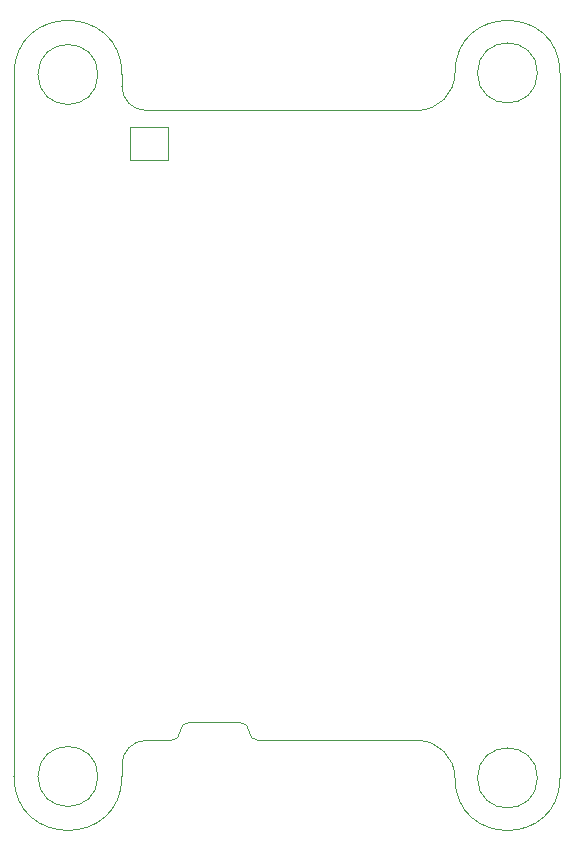
<source format=gbr>
%TF.GenerationSoftware,KiCad,Pcbnew,8.0.8-8.0.8-0~ubuntu24.04.1*%
%TF.CreationDate,2025-02-11T11:04:45-03:00*%
%TF.ProjectId,pm100,706d3130-302e-46b6-9963-61645f706362,rev?*%
%TF.SameCoordinates,Original*%
%TF.FileFunction,Profile,NP*%
%FSLAX46Y46*%
G04 Gerber Fmt 4.6, Leading zero omitted, Abs format (unit mm)*
G04 Created by KiCad (PCBNEW 8.0.8-8.0.8-0~ubuntu24.04.1) date 2025-02-11 11:04:45*
%MOMM*%
%LPD*%
G01*
G04 APERTURE LIST*
%TA.AperFunction,Profile*%
%ADD10C,0.050000*%
%TD*%
%TA.AperFunction,Profile*%
%ADD11C,0.120000*%
%TD*%
G04 APERTURE END LIST*
D10*
X163829999Y-38735000D02*
G75*
G02*
X160655000Y-41909999I-3174999J0D01*
G01*
X137668000Y-41909999D02*
G75*
G02*
X135636001Y-39878000I0J2031999D01*
G01*
X137668000Y-41909999D02*
X160655000Y-41909999D01*
X140558185Y-94488000D02*
G75*
G02*
X141320185Y-93725985I762015J0D01*
G01*
X133604000Y-38862000D02*
G75*
G02*
X128524000Y-38862000I-2540000J0D01*
G01*
X128524000Y-38862000D02*
G75*
G02*
X133604000Y-38862000I2540000J0D01*
G01*
X147162185Y-95249999D02*
G75*
G02*
X146400201Y-94488000I15J761999D01*
G01*
X145638185Y-93726001D02*
G75*
G02*
X146400199Y-94488000I15J-761999D01*
G01*
X126500000Y-98298000D02*
X126492000Y-38862000D01*
X172720001Y-38735000D02*
X172720001Y-98425000D01*
X172720001Y-98425000D02*
G75*
G02*
X163829999Y-98425000I-4445001J0D01*
G01*
X163829999Y-38735000D02*
G75*
G02*
X172720001Y-38735000I4445001J0D01*
G01*
X135636001Y-97282000D02*
X135636000Y-98298000D01*
X160655000Y-95250001D02*
G75*
G02*
X163829999Y-98425000I0J-3174999D01*
G01*
X147162185Y-95249999D02*
X160655000Y-95250001D01*
X135636000Y-98298000D02*
G75*
G02*
X126492000Y-98298000I-4572000J0D01*
G01*
X170815000Y-38735000D02*
G75*
G02*
X165735000Y-38735000I-2540000J0D01*
G01*
X165735000Y-38735000D02*
G75*
G02*
X170815000Y-38735000I2540000J0D01*
G01*
X139796185Y-95250000D02*
X137668000Y-95250001D01*
X135636001Y-97282000D02*
G75*
G02*
X137668000Y-95250001I2031999J0D01*
G01*
X170815000Y-98425000D02*
G75*
G02*
X165735000Y-98425000I-2540000J0D01*
G01*
X165735000Y-98425000D02*
G75*
G02*
X170815000Y-98425000I2540000J0D01*
G01*
X135636000Y-38862000D02*
X135636001Y-39878000D01*
X133604000Y-98298000D02*
G75*
G02*
X128524000Y-98298000I-2540000J0D01*
G01*
X128524000Y-98298000D02*
G75*
G02*
X133604000Y-98298000I2540000J0D01*
G01*
X145638185Y-93726001D02*
X141320185Y-93726000D01*
X126492000Y-38862000D02*
G75*
G02*
X135636000Y-38862000I4572000J0D01*
G01*
X140558185Y-94488000D02*
G75*
G02*
X139796185Y-95249985I-761985J0D01*
G01*
D11*
%TO.C,D2*%
X139522000Y-46104000D02*
X136322000Y-46104000D01*
X136322000Y-43304000D01*
X139522000Y-43304000D01*
X139522000Y-46104000D01*
%TD*%
M02*

</source>
